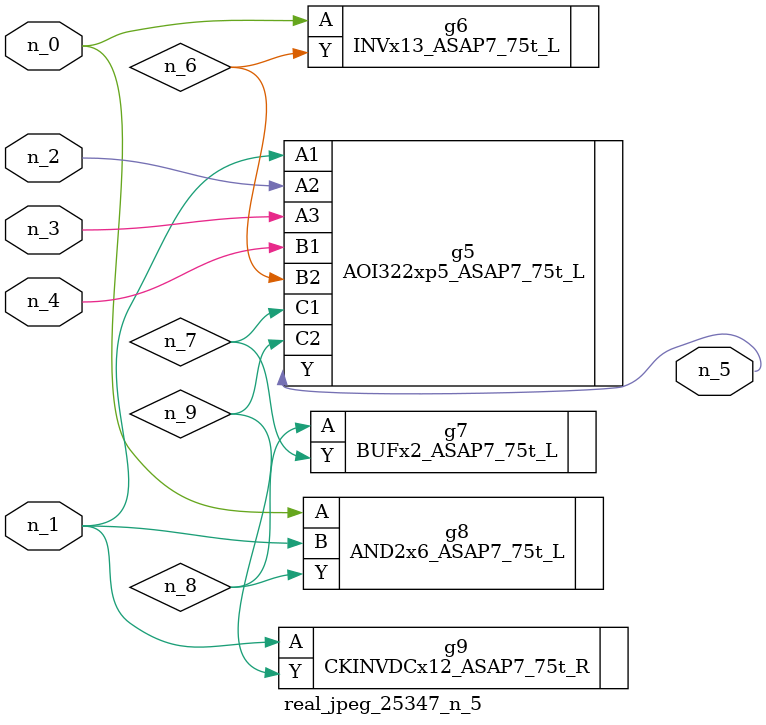
<source format=v>
module real_jpeg_25347_n_5 (n_4, n_0, n_1, n_2, n_3, n_5);

input n_4;
input n_0;
input n_1;
input n_2;
input n_3;

output n_5;

wire n_8;
wire n_6;
wire n_7;
wire n_9;

INVx13_ASAP7_75t_L g6 ( 
.A(n_0),
.Y(n_6)
);

AND2x6_ASAP7_75t_L g8 ( 
.A(n_0),
.B(n_1),
.Y(n_8)
);

AOI322xp5_ASAP7_75t_L g5 ( 
.A1(n_1),
.A2(n_2),
.A3(n_3),
.B1(n_4),
.B2(n_6),
.C1(n_7),
.C2(n_9),
.Y(n_5)
);

CKINVDCx12_ASAP7_75t_R g9 ( 
.A(n_1),
.Y(n_9)
);

BUFx2_ASAP7_75t_L g7 ( 
.A(n_8),
.Y(n_7)
);


endmodule
</source>
